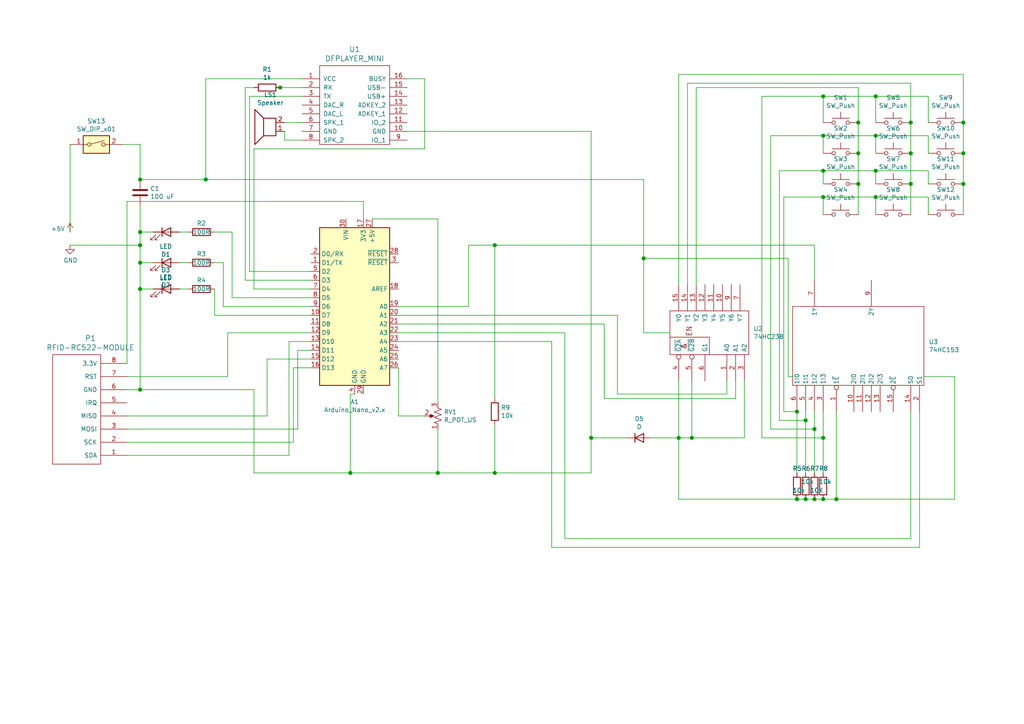
<source format=kicad_sch>
(kicad_sch (version 20200827) (generator eeschema)
  (page 1 1)
  (paper "A4")
  (title_block (title "MP3 Pal"))
  (lib_symbols
    (symbol "74xx_IEEE:74HC238" (pin_names (offset 0.762))
      (property "Reference" "U" (at 3.81 8.89 0))
      (property "Value" "74HC238" (at 8.89 -16.51 0))
      (symbol "74HC238_0_0"
        (text "&" (at -3.81 3.556 0) (effects (font (size 1.524 1.524))))
        (text "EN" (at 0.508 2.032 0) (effects (font (size 1.524 1.524))))
        (pin power_in line (at 0 7.62 270) (length 0) hide (name "VCC") (number "16"))
      )
      (symbol "74HC238_0_1"
        (rectangle (start -6.35 7.62) (end 6.35 -15.24))
        (polyline (pts (xy -1.27 7.62) (xy -1.27 -3.81) (xy -6.35 -3.81) (xy -6.35 -3.81)))
      )
      (symbol "74HC238_1_1"
        (pin input line (at -13.97 -8.89 0) (length 7.62) (name "A0") (number "1"))
        (pin output line (at 13.97 -7.62 180) (length 7.62) (name "Y5") (number "10"))
        (pin output line (at 13.97 -5.08 180) (length 7.62) (name "Y4") (number "11"))
        (pin output line (at 13.97 -2.54 180) (length 7.62) (name "Y3") (number "12"))
        (pin output line (at 13.97 0 180) (length 7.62) (name "Y2") (number "13"))
        (pin output line (at 13.97 2.54 180) (length 7.62) (name "Y1") (number "14"))
        (pin output line (at 13.97 5.08 180) (length 7.62) (name "Y0") (number "15"))
        (pin input line (at -13.97 -11.43 0) (length 7.62) (name "A1") (number "2"))
        (pin input line (at -13.97 -13.97 0) (length 7.62) (name "A2") (number "3"))
        (pin input inverted (at -13.97 5.08 0) (length 7.62) (name "~G2A") (number "4"))
        (pin input inverted (at -13.97 1.27 0) (length 7.62) (name "~G2B") (number "5"))
        (pin input line (at -13.97 -2.54 0) (length 7.62) (name "G1") (number "6"))
        (pin output line (at 13.97 -12.7 180) (length 7.62) (name "Y7") (number "7"))
        (pin power_in line (at 0 -15.24 90) (length 0) hide (name "GND") (number "8"))
        (pin output line (at 13.97 -10.16 180) (length 7.62) (name "Y6") (number "9"))
      )
    )
    (symbol "Device:C" (pin_numbers hide) (pin_names (offset 0.254))
      (property "Reference" "C" (at 0.635 2.54 0))
      (property "Value" "C" (at 0.635 -2.54 0))
      (symbol "C_0_1"
        (polyline (pts (xy -2.032 -0.762) (xy 2.032 -0.762)) (stroke (width 0.508)))
        (polyline (pts (xy -2.032 0.762) (xy 2.032 0.762)) (stroke (width 0.508)))
      )
      (symbol "C_1_1"
        (pin passive line (at 0 3.81 270) (length 2.794) (name "~") (number "1"))
        (pin passive line (at 0 -3.81 90) (length 2.794) (name "~") (number "2"))
      )
    )
    (symbol "Device:D" (pin_numbers hide) (pin_names (offset 1.016) hide)
      (property "Reference" "D" (at 0 2.54 0))
      (property "Value" "D" (at 0 -2.54 0))
      (symbol "D_0_1"
        (polyline (pts (xy -1.27 1.27) (xy -1.27 -1.27)) (stroke (width 0.254)))
        (polyline (pts (xy 1.27 0) (xy -1.27 0)))
        (polyline (pts (xy 1.27 1.27) (xy 1.27 -1.27) (xy -1.27 0) (xy 1.27 1.27)) (stroke (width 0.254)))
      )
      (symbol "D_1_1"
        (pin passive line (at -3.81 0 0) (length 2.54) (name "K") (number "1"))
        (pin passive line (at 3.81 0 180) (length 2.54) (name "A") (number "2"))
      )
    )
    (symbol "Device:LED" (pin_numbers hide) (pin_names (offset 1.016) hide)
      (property "Reference" "D" (at 0 2.54 0))
      (property "Value" "LED" (at 0 -2.54 0))
      (symbol "LED_0_1"
        (polyline (pts (xy -1.27 -1.27) (xy -1.27 1.27)) (stroke (width 0.254)))
        (polyline (pts (xy -1.27 0) (xy 1.27 0)))
        (polyline (pts (xy 1.27 -1.27) (xy 1.27 1.27) (xy -1.27 0) (xy 1.27 -1.27)) (stroke (width 0.254)))
        (polyline (pts (xy -3.048 -0.762) (xy -4.572 -2.286) (xy -3.81 -2.286) (xy -4.572 -2.286) (xy -4.572 -1.524)))
        (polyline (pts (xy -1.778 -0.762) (xy -3.302 -2.286) (xy -2.54 -2.286) (xy -3.302 -2.286) (xy -3.302 -1.524)))
      )
      (symbol "LED_1_1"
        (pin passive line (at -3.81 0 0) (length 2.54) (name "K") (number "1"))
        (pin passive line (at 3.81 0 180) (length 2.54) (name "A") (number "2"))
      )
    )
    (symbol "Device:R" (pin_numbers hide) (pin_names (offset 0))
      (property "Reference" "R" (at 2.032 0 90))
      (property "Value" "R" (at 0 0 90))
      (symbol "R_0_1"
        (rectangle (start -1.016 -2.54) (end 1.016 2.54) (stroke (width 0.254)))
      )
      (symbol "R_1_1"
        (pin passive line (at 0 3.81 270) (length 1.27) (name "~") (number "1"))
        (pin passive line (at 0 -3.81 90) (length 1.27) (name "~") (number "2"))
      )
    )
    (symbol "Device:R_POT_US" (pin_names (offset 1.016) hide)
      (property "Reference" "RV" (at -4.445 0 90))
      (property "Value" "R_POT_US" (at -2.54 0 90))
      (symbol "R_POT_US_0_1"
        (polyline (pts (xy 0 -2.286) (xy 0 -2.54)))
        (polyline (pts (xy 0 2.54) (xy 0 2.286)))
        (polyline (pts (xy 2.54 0) (xy 1.524 0)))
        (polyline (pts (xy 1.143 0) (xy 2.286 0.508) (xy 2.286 -0.508) (xy 1.143 0)) (fill (type outline)))
        (polyline (pts (xy 0 -0.762) (xy 1.016 -1.143) (xy 0 -1.524) (xy -1.016 -1.905) (xy 0 -2.286)))
        (polyline (pts (xy 0 0.762) (xy 1.016 0.381) (xy 0 0) (xy -1.016 -0.381) (xy 0 -0.762)))
        (polyline (pts (xy 0 2.286) (xy 1.016 1.905) (xy 0 1.524) (xy -1.016 1.143) (xy 0 0.762)))
      )
      (symbol "R_POT_US_1_1"
        (pin passive line (at 0 3.81 270) (length 1.27) (name "1") (number "1"))
        (pin passive line (at 3.81 0 180) (length 1.27) (name "2") (number "2"))
        (pin passive line (at 0 -3.81 90) (length 1.27) (name "3") (number "3"))
      )
    )
    (symbol "Device:Speaker" (pin_names (offset 0) hide)
      (property "Reference" "LS" (at 1.27 5.715 0))
      (property "Value" "Speaker" (at 1.27 3.81 0))
      (symbol "Speaker_0_0"
        (rectangle (start -2.54 1.27) (end 1.016 -3.81) (stroke (width 0.254)))
        (polyline (pts (xy 1.016 1.27) (xy 3.556 3.81) (xy 3.556 -6.35) (xy 1.016 -3.81)) (stroke (width 0.254)))
      )
      (symbol "Speaker_1_1"
        (pin input line (at -5.08 0 0) (length 2.54) (name "1") (number "1"))
        (pin input line (at -5.08 -2.54 0) (length 2.54) (name "2") (number "2"))
      )
    )
    (symbol "MCU_Module:Arduino_Nano_v2.x"
      (property "Reference" "A" (at -10.16 23.495 0))
      (property "Value" "Arduino_Nano_v2.x" (at 5.08 -24.13 0))
      (symbol "Arduino_Nano_v2.x_0_1"
        (rectangle (start -10.16 22.86) (end 10.16 -22.86) (stroke (width 0.254)) (fill (type background)))
      )
      (symbol "Arduino_Nano_v2.x_1_1"
        (pin bidirectional line (at -12.7 12.7 0) (length 2.54) (name "D1/TX") (number "1"))
        (pin bidirectional line (at -12.7 -2.54 0) (length 2.54) (name "D7") (number "10"))
        (pin bidirectional line (at -12.7 -5.08 0) (length 2.54) (name "D8") (number "11"))
        (pin bidirectional line (at -12.7 -7.62 0) (length 2.54) (name "D9") (number "12"))
        (pin bidirectional line (at -12.7 -10.16 0) (length 2.54) (name "D10") (number "13"))
        (pin bidirectional line (at -12.7 -12.7 0) (length 2.54) (name "D11") (number "14"))
        (pin bidirectional line (at -12.7 -15.24 0) (length 2.54) (name "D12") (number "15"))
        (pin bidirectional line (at -12.7 -17.78 0) (length 2.54) (name "D13") (number "16"))
        (pin power_out line (at 2.54 25.4 270) (length 2.54) (name "3V3") (number "17"))
        (pin input line (at 12.7 5.08 180) (length 2.54) (name "AREF") (number "18"))
        (pin bidirectional line (at 12.7 0 180) (length 2.54) (name "A0") (number "19"))
        (pin bidirectional line (at -12.7 15.24 0) (length 2.54) (name "D0/RX") (number "2"))
        (pin bidirectional line (at 12.7 -2.54 180) (length 2.54) (name "A1") (number "20"))
        (pin bidirectional line (at 12.7 -5.08 180) (length 2.54) (name "A2") (number "21"))
        (pin bidirectional line (at 12.7 -7.62 180) (length 2.54) (name "A3") (number "22"))
        (pin bidirectional line (at 12.7 -10.16 180) (length 2.54) (name "A4") (number "23"))
        (pin bidirectional line (at 12.7 -12.7 180) (length 2.54) (name "A5") (number "24"))
        (pin bidirectional line (at 12.7 -15.24 180) (length 2.54) (name "A6") (number "25"))
        (pin bidirectional line (at 12.7 -17.78 180) (length 2.54) (name "A7") (number "26"))
        (pin power_out line (at 5.08 25.4 270) (length 2.54) (name "+5V") (number "27"))
        (pin input line (at 12.7 15.24 180) (length 2.54) (name "~RESET") (number "28"))
        (pin power_in line (at 2.54 -25.4 90) (length 2.54) (name "GND") (number "29"))
        (pin input line (at 12.7 12.7 180) (length 2.54) (name "~RESET") (number "3"))
        (pin power_in line (at -2.54 25.4 270) (length 2.54) (name "VIN") (number "30"))
        (pin power_in line (at 0 -25.4 90) (length 2.54) (name "GND") (number "4"))
        (pin bidirectional line (at -12.7 10.16 0) (length 2.54) (name "D2") (number "5"))
        (pin bidirectional line (at -12.7 7.62 0) (length 2.54) (name "D3") (number "6"))
        (pin bidirectional line (at -12.7 5.08 0) (length 2.54) (name "D4") (number "7"))
        (pin bidirectional line (at -12.7 2.54 0) (length 2.54) (name "D5") (number "8"))
        (pin bidirectional line (at -12.7 0 0) (length 2.54) (name "D6") (number "9"))
      )
    )
    (symbol "Mp3Pal-rescue:DFPLAYER_MINI-rur" (pin_names (offset 1.016))
      (property "Reference" "U" (at 0 -6.35 0))
      (property "Value" "DFPLAYER_MINI-rur" (at 0 11.43 0))
      (symbol "DFPLAYER_MINI-rur_0_1"
        (rectangle (start -10.16 -10.16) (end 10.16 12.7))
      )
      (symbol "DFPLAYER_MINI-rur_1_1"
        (pin input line (at -15.24 8.89 0) (length 5.08) (name "VCC") (number "1"))
        (pin input line (at 15.24 -6.35 180) (length 5.08) (name "GND") (number "10"))
        (pin input line (at 15.24 -3.81 180) (length 5.08) (name "IO_2") (number "11"))
        (pin input line (at 15.24 -1.27 180) (length 5.08) (name "ADKEY_1") (number "12"))
        (pin input line (at 15.24 1.27 180) (length 5.08) (name "ADKEY_2") (number "13"))
        (pin input line (at 15.24 3.81 180) (length 5.08) (name "USB+") (number "14"))
        (pin input line (at 15.24 6.35 180) (length 5.08) (name "USB-") (number "15"))
        (pin input line (at 15.24 8.89 180) (length 5.08) (name "BUSY") (number "16"))
        (pin input line (at -15.24 6.35 0) (length 5.08) (name "RX") (number "2"))
        (pin input line (at -15.24 3.81 0) (length 5.08) (name "TX") (number "3"))
        (pin input line (at -15.24 1.27 0) (length 5.08) (name "DAC_R") (number "4"))
        (pin input line (at -15.24 -1.27 0) (length 5.08) (name "DAC_L") (number "5"))
        (pin input line (at -15.24 -3.81 0) (length 5.08) (name "SPK_1") (number "6"))
        (pin input line (at -15.24 -6.35 0) (length 5.08) (name "GND") (number "7"))
        (pin input line (at -15.24 -8.89 0) (length 5.08) (name "SPK_2") (number "8"))
        (pin input line (at 15.24 -8.89 180) (length 5.08) (name "IO_1") (number "9"))
      )
    )
    (symbol "Mp3Pal-rescue:RFID-RC522-MODULE-rfid-rc522-module" (pin_names (offset 1.016))
      (property "Reference" "P" (at 0 1.27 0))
      (property "Value" "RFID-RC522-MODULE-rfid-rc522-module" (at -1.27 3.81 0))
      (symbol "RFID-RC522-MODULE-rfid-rc522-module_0_1"
        (rectangle (start -16.51 7.62) (end 15.24 -6.35))
      )
      (symbol "RFID-RC522-MODULE-rfid-rc522-module_1_1"
        (pin input line (at -13.97 -13.97 90) (length 7.62) (name "SDA") (number "1"))
        (pin input line (at -10.16 -13.97 90) (length 7.62) (name "SCK") (number "2"))
        (pin input line (at -6.35 -13.97 90) (length 7.62) (name "MOSI") (number "3"))
        (pin input line (at -2.54 -13.97 90) (length 7.62) (name "MISO") (number "4"))
        (pin input line (at 1.27 -13.97 90) (length 7.62) (name "IRQ") (number "5"))
        (pin input line (at 5.08 -13.97 90) (length 7.62) (name "GND") (number "6"))
        (pin input line (at 8.89 -13.97 90) (length 7.62) (name "RST") (number "7"))
        (pin input line (at 12.7 -13.97 90) (length 7.62) (name "3.3V") (number "8"))
      )
    )
    (symbol "Switch:SW_DIP_x01" (pin_names (offset 0) hide)
      (property "Reference" "SW" (at 0 3.81 0))
      (property "Value" "SW_DIP_x01" (at 0 -3.81 0))
      (symbol "SW_DIP_x01_0_0"
        (circle (center -2.032 0) (radius 0.508))
        (circle (center 2.032 0) (radius 0.508))
        (polyline (pts (xy -1.524 0.127) (xy 2.3622 1.1684)))
      )
      (symbol "SW_DIP_x01_0_1"
        (rectangle (start -3.81 2.54) (end 3.81 -2.54) (stroke (width 0.254)) (fill (type background)))
      )
      (symbol "SW_DIP_x01_1_1"
        (pin passive line (at -7.62 0 0) (length 5.08) (name "~") (number "1"))
        (pin passive line (at 7.62 0 180) (length 5.08) (name "~") (number "2"))
      )
    )
    (symbol "Switch:SW_Push" (pin_numbers hide) (pin_names (offset 1.016) hide)
      (property "Reference" "SW" (at 1.27 2.54 0))
      (property "Value" "SW_Push" (at 0 -1.524 0))
      (symbol "SW_Push_0_1"
        (circle (center -2.032 0) (radius 0.508))
        (circle (center 2.032 0) (radius 0.508))
        (polyline (pts (xy 0 1.27) (xy 0 3.048)))
        (polyline (pts (xy 2.54 1.27) (xy -2.54 1.27)))
        (pin passive line (at -5.08 0 0) (length 2.54) (name "1") (number "1"))
        (pin passive line (at 5.08 0 180) (length 2.54) (name "2") (number "2"))
      )
    )
    (symbol "Trainiot:74HC153" (pin_names (offset 0.254))
      (property "Reference" "U" (at 0 7.62 0))
      (property "Value" "74HC153" (at 0 3.81 0))
      (symbol "74HC153_0_1"
        (rectangle (start -11.43 19.05) (end 11.43 -19.05))
      )
      (symbol "74HC153_0_0"
        (pin power_in line (at -8.89 -19.05 90) (length 0) hide (name "GND") (number "8"))
        (pin power_in line (at -8.89 19.05 90) (length 0) hide (name "VCC") (number "16"))
      )
      (symbol "74HC153_1_1"
        (pin input inverted (at -19.05 6.35 0) (length 7.62) (name "1~E~") (number "1"))
        (pin input line (at -19.05 -17.78 0) (length 7.62) (name "S1") (number "2"))
        (pin input line (at -19.05 10.16 0) (length 7.62) (name "1I3") (number "3"))
        (pin input line (at -19.05 12.7 0) (length 7.62) (name "1I2") (number "4"))
        (pin input line (at -19.05 15.24 0) (length 7.62) (name "1I1") (number "5"))
        (pin input line (at -19.05 17.78 0) (length 7.62) (name "1I0") (number "6"))
        (pin output line (at 19.05 12.7 180) (length 7.62) (name "1Y") (number "7"))
        (pin output line (at 19.05 -3.81 180) (length 7.62) (name "2Y") (number "9"))
        (pin input line (at -19.05 1.27 0) (length 7.62) (name "2I0") (number "10"))
        (pin input line (at -19.05 -1.27 0) (length 7.62) (name "2I1") (number "11"))
        (pin input line (at -19.05 -3.81 0) (length 7.62) (name "2I2") (number "12"))
        (pin input line (at -19.05 -6.35 0) (length 7.62) (name "2I3") (number "13"))
        (pin input line (at -19.05 -15.24 0) (length 7.62) (name "S0") (number "14"))
        (pin input inverted (at -19.05 -10.16 0) (length 7.62) (name "2~E~") (number "15"))
      )
    )
    (symbol "power:+5V" (power) (pin_names (offset 0))
      (property "Value" "+5V" (at 0 3.556 0))
      (symbol "+5V_0_1"
        (polyline (pts (xy -0.762 1.27) (xy 0 2.54)))
        (polyline (pts (xy 0 0) (xy 0 2.54)))
        (polyline (pts (xy 0 2.54) (xy 0.762 1.27)))
      )
      (symbol "+5V_1_1"
        (pin power_in line (at 0 0 90) (length 0) hide (name "+5V") (number "1"))
      )
    )
    (symbol "power:GND" (power) (pin_names (offset 0))
      (property "Value" "GND" (at 0 -3.81 0))
      (symbol "GND_0_1"
        (polyline (pts (xy 0 0) (xy 0 -1.27) (xy 1.27 -1.27) (xy 0 -2.54) (xy -1.27 -1.27) (xy 0 -1.27)))
      )
      (symbol "GND_1_1"
        (pin power_in line (at 0 0 270) (length 0) hide (name "GND") (number "1"))
      )
    )
  )
  (junction (at 40.64 52.07) (diameter 1.016))
  (junction (at 40.64 67.31) (diameter 1.016))
  (junction (at 40.64 71.12) (diameter 1.016))
  (junction (at 40.64 76.2) (diameter 1.016))
  (junction (at 40.64 83.82) (diameter 1.016))
  (junction (at 40.64 113.03) (diameter 1.016))
  (junction (at 59.69 52.07) (diameter 1.016))
  (junction (at 81.28 25.4) (diameter 1.016))
  (junction (at 101.6 137.16) (diameter 1.016))
  (junction (at 127 137.16) (diameter 1.016))
  (junction (at 143.51 71.12) (diameter 1.016))
  (junction (at 143.51 137.16) (diameter 1.016))
  (junction (at 171.45 127) (diameter 1.016))
  (junction (at 186.69 74.93) (diameter 1.016))
  (junction (at 196.85 127) (diameter 1.016))
  (junction (at 200.66 127) (diameter 1.016))
  (junction (at 231.14 119.38) (diameter 1.016))
  (junction (at 231.14 144.78) (diameter 1.016))
  (junction (at 233.68 121.92) (diameter 1.016))
  (junction (at 233.68 144.78) (diameter 1.016))
  (junction (at 236.22 124.46) (diameter 1.016))
  (junction (at 236.22 144.78) (diameter 1.016))
  (junction (at 238.76 27.94) (diameter 1.016))
  (junction (at 238.76 39.37) (diameter 1.016))
  (junction (at 238.76 49.53) (diameter 1.016))
  (junction (at 238.76 57.15) (diameter 1.016))
  (junction (at 238.76 127) (diameter 1.016))
  (junction (at 238.76 144.78) (diameter 1.016))
  (junction (at 242.57 144.78) (diameter 1.016))
  (junction (at 248.92 35.56) (diameter 1.016))
  (junction (at 248.92 44.45) (diameter 1.016))
  (junction (at 248.92 53.34) (diameter 1.016))
  (junction (at 254 27.94) (diameter 1.016))
  (junction (at 254 39.37) (diameter 1.016))
  (junction (at 254 49.53) (diameter 1.016))
  (junction (at 254 57.15) (diameter 1.016))
  (junction (at 264.16 35.56) (diameter 1.016))
  (junction (at 264.16 44.45) (diameter 1.016))
  (junction (at 264.16 53.34) (diameter 1.016))
  (junction (at 279.4 35.56) (diameter 1.016))
  (junction (at 279.4 44.45) (diameter 1.016))
  (junction (at 279.4 53.34) (diameter 1.016))
  (wire (pts (xy 20.32 67.31) (xy 20.32 41.91)))
  (wire (pts (xy 36.83 58.42) (xy 36.83 105.41)))
  (wire (pts (xy 36.83 113.03) (xy 40.64 113.03)))
  (wire (pts (xy 36.83 120.65) (xy 77.47 120.65)))
  (wire (pts (xy 36.83 128.27) (xy 85.09 128.27)))
  (wire (pts (xy 36.83 132.08) (xy 83.82 132.08)))
  (wire (pts (xy 40.64 41.91) (xy 35.56 41.91)))
  (wire (pts (xy 40.64 52.07) (xy 40.64 41.91)))
  (wire (pts (xy 40.64 59.69) (xy 40.64 67.31)))
  (wire (pts (xy 40.64 67.31) (xy 40.64 71.12)))
  (wire (pts (xy 40.64 67.31) (xy 44.45 67.31)))
  (wire (pts (xy 40.64 71.12) (xy 20.32 71.12)))
  (wire (pts (xy 40.64 71.12) (xy 40.64 76.2)))
  (wire (pts (xy 40.64 76.2) (xy 40.64 83.82)))
  (wire (pts (xy 40.64 76.2) (xy 44.45 76.2)))
  (wire (pts (xy 40.64 83.82) (xy 40.64 113.03)))
  (wire (pts (xy 40.64 113.03) (xy 73.66 113.03)))
  (wire (pts (xy 44.45 83.82) (xy 40.64 83.82)))
  (wire (pts (xy 52.07 67.31) (xy 54.61 67.31)))
  (wire (pts (xy 52.07 76.2) (xy 54.61 76.2)))
  (wire (pts (xy 52.07 83.82) (xy 54.61 83.82)))
  (wire (pts (xy 59.69 22.86) (xy 59.69 52.07)))
  (wire (pts (xy 59.69 52.07) (xy 40.64 52.07)))
  (wire (pts (xy 62.23 67.31) (xy 67.31 67.31)))
  (wire (pts (xy 62.23 91.44) (xy 62.23 83.82)))
  (wire (pts (xy 64.77 76.2) (xy 62.23 76.2)))
  (wire (pts (xy 64.77 88.9) (xy 64.77 76.2)))
  (wire (pts (xy 64.77 88.9) (xy 90.17 88.9)))
  (wire (pts (xy 66.04 96.52) (xy 66.04 109.22)))
  (wire (pts (xy 66.04 109.22) (xy 36.83 109.22)))
  (wire (pts (xy 67.31 86.36) (xy 67.31 67.31)))
  (wire (pts (xy 67.31 86.36) (xy 90.17 86.36)))
  (wire (pts (xy 71.12 25.4) (xy 71.12 81.28)))
  (wire (pts (xy 71.12 81.28) (xy 90.17 81.28)))
  (wire (pts (xy 72.39 27.94) (xy 72.39 78.74)))
  (wire (pts (xy 72.39 78.74) (xy 90.17 78.74)))
  (wire (pts (xy 73.66 25.4) (xy 71.12 25.4)))
  (wire (pts (xy 73.66 43.18) (xy 73.66 83.82)))
  (wire (pts (xy 73.66 83.82) (xy 90.17 83.82)))
  (wire (pts (xy 73.66 113.03) (xy 73.66 137.16)))
  (wire (pts (xy 73.66 137.16) (xy 101.6 137.16)))
  (wire (pts (xy 77.47 104.14) (xy 77.47 120.65)))
  (wire (pts (xy 77.47 104.14) (xy 90.17 104.14)))
  (wire (pts (xy 80.01 25.4) (xy 81.28 25.4)))
  (wire (pts (xy 81.28 25.4) (xy 87.63 25.4)))
  (wire (pts (xy 82.55 35.56) (xy 87.63 35.56)))
  (wire (pts (xy 82.55 40.64) (xy 82.55 38.1)))
  (wire (pts (xy 83.82 99.06) (xy 83.82 132.08)))
  (wire (pts (xy 83.82 99.06) (xy 90.17 99.06)))
  (wire (pts (xy 85.09 106.68) (xy 85.09 128.27)))
  (wire (pts (xy 86.36 101.6) (xy 86.36 124.46)))
  (wire (pts (xy 86.36 101.6) (xy 90.17 101.6)))
  (wire (pts (xy 86.36 124.46) (xy 36.83 124.46)))
  (wire (pts (xy 87.63 22.86) (xy 59.69 22.86)))
  (wire (pts (xy 87.63 27.94) (xy 72.39 27.94)))
  (wire (pts (xy 87.63 40.64) (xy 82.55 40.64)))
  (wire (pts (xy 90.17 91.44) (xy 62.23 91.44)))
  (wire (pts (xy 90.17 96.52) (xy 66.04 96.52)))
  (wire (pts (xy 90.17 106.68) (xy 85.09 106.68)))
  (wire (pts (xy 101.6 114.3) (xy 102.87 114.3)))
  (wire (pts (xy 101.6 137.16) (xy 101.6 114.3)))
  (wire (pts (xy 101.6 137.16) (xy 127 137.16)))
  (wire (pts (xy 105.41 58.42) (xy 36.83 58.42)))
  (wire (pts (xy 105.41 63.5) (xy 105.41 58.42)))
  (wire (pts (xy 115.57 91.44) (xy 179.07 91.44)))
  (wire (pts (xy 115.57 99.06) (xy 160.02 99.06)))
  (wire (pts (xy 115.57 120.65) (xy 115.57 106.68)))
  (wire (pts (xy 118.11 22.86) (xy 123.19 22.86)))
  (wire (pts (xy 118.11 38.1) (xy 171.45 38.1)))
  (wire (pts (xy 123.19 22.86) (xy 123.19 43.18)))
  (wire (pts (xy 123.19 43.18) (xy 73.66 43.18)))
  (wire (pts (xy 123.19 120.65) (xy 115.57 120.65)))
  (wire (pts (xy 127 63.5) (xy 107.95 63.5)))
  (wire (pts (xy 127 116.84) (xy 127 63.5)))
  (wire (pts (xy 127 124.46) (xy 127 137.16)))
  (wire (pts (xy 127 137.16) (xy 143.51 137.16)))
  (wire (pts (xy 135.89 71.12) (xy 135.89 88.9)))
  (wire (pts (xy 135.89 88.9) (xy 115.57 88.9)))
  (wire (pts (xy 143.51 71.12) (xy 135.89 71.12)))
  (wire (pts (xy 143.51 115.57) (xy 143.51 71.12)))
  (wire (pts (xy 143.51 123.19) (xy 143.51 137.16)))
  (wire (pts (xy 143.51 137.16) (xy 171.45 137.16)))
  (wire (pts (xy 160.02 99.06) (xy 160.02 158.75)))
  (wire (pts (xy 160.02 158.75) (xy 266.7 158.75)))
  (wire (pts (xy 163.83 96.52) (xy 115.57 96.52)))
  (wire (pts (xy 163.83 156.21) (xy 163.83 96.52)))
  (wire (pts (xy 171.45 38.1) (xy 171.45 127)))
  (wire (pts (xy 171.45 127) (xy 171.45 137.16)))
  (wire (pts (xy 171.45 127) (xy 181.61 127)))
  (wire (pts (xy 175.26 93.98) (xy 115.57 93.98)))
  (wire (pts (xy 175.26 115.57) (xy 175.26 93.98)))
  (wire (pts (xy 179.07 91.44) (xy 179.07 114.3)))
  (wire (pts (xy 179.07 114.3) (xy 210.82 114.3)))
  (wire (pts (xy 186.69 52.07) (xy 59.69 52.07)))
  (wire (pts (xy 186.69 52.07) (xy 186.69 74.93)))
  (wire (pts (xy 186.69 74.93) (xy 186.69 96.52)))
  (wire (pts (xy 186.69 96.52) (xy 194.31 96.52)))
  (wire (pts (xy 189.23 127) (xy 196.85 127)))
  (wire (pts (xy 196.85 21.59) (xy 279.4 21.59)))
  (wire (pts (xy 196.85 82.55) (xy 196.85 21.59)))
  (wire (pts (xy 196.85 127) (xy 196.85 110.49)))
  (wire (pts (xy 196.85 127) (xy 196.85 144.78)))
  (wire (pts (xy 199.39 24.13) (xy 264.16 24.13)))
  (wire (pts (xy 199.39 82.55) (xy 199.39 24.13)))
  (wire (pts (xy 200.66 127) (xy 196.85 127)))
  (wire (pts (xy 200.66 127) (xy 200.66 110.49)))
  (wire (pts (xy 201.93 25.4) (xy 248.92 25.4)))
  (wire (pts (xy 201.93 82.55) (xy 201.93 25.4)))
  (wire (pts (xy 210.82 114.3) (xy 210.82 110.49)))
  (wire (pts (xy 213.36 110.49) (xy 213.36 115.57)))
  (wire (pts (xy 213.36 115.57) (xy 175.26 115.57)))
  (wire (pts (xy 215.9 110.49) (xy 215.9 127)))
  (wire (pts (xy 215.9 127) (xy 200.66 127)))
  (wire (pts (xy 220.98 27.94) (xy 238.76 27.94)))
  (wire (pts (xy 220.98 127) (xy 220.98 27.94)))
  (wire (pts (xy 223.52 39.37) (xy 238.76 39.37)))
  (wire (pts (xy 223.52 124.46) (xy 223.52 39.37)))
  (wire (pts (xy 223.52 124.46) (xy 236.22 124.46)))
  (wire (pts (xy 226.06 49.53) (xy 238.76 49.53)))
  (wire (pts (xy 226.06 121.92) (xy 226.06 49.53)))
  (wire (pts (xy 227.33 57.15) (xy 238.76 57.15)))
  (wire (pts (xy 227.33 119.38) (xy 227.33 57.15)))
  (wire (pts (xy 228.6 74.93) (xy 186.69 74.93)))
  (wire (pts (xy 228.6 109.22) (xy 228.6 74.93)))
  (wire (pts (xy 229.87 109.22) (xy 228.6 109.22)))
  (wire (pts (xy 231.14 119.38) (xy 227.33 119.38)))
  (wire (pts (xy 231.14 119.38) (xy 231.14 137.16)))
  (wire (pts (xy 231.14 144.78) (xy 196.85 144.78)))
  (wire (pts (xy 231.14 144.78) (xy 233.68 144.78)))
  (wire (pts (xy 233.68 119.38) (xy 233.68 121.92)))
  (wire (pts (xy 233.68 121.92) (xy 226.06 121.92)))
  (wire (pts (xy 233.68 121.92) (xy 233.68 137.16)))
  (wire (pts (xy 233.68 144.78) (xy 236.22 144.78)))
  (wire (pts (xy 236.22 71.12) (xy 143.51 71.12)))
  (wire (pts (xy 236.22 81.28) (xy 236.22 71.12)))
  (wire (pts (xy 236.22 119.38) (xy 236.22 124.46)))
  (wire (pts (xy 236.22 124.46) (xy 236.22 137.16)))
  (wire (pts (xy 238.76 27.94) (xy 254 27.94)))
  (wire (pts (xy 238.76 35.56) (xy 238.76 27.94)))
  (wire (pts (xy 238.76 39.37) (xy 254 39.37)))
  (wire (pts (xy 238.76 44.45) (xy 238.76 39.37)))
  (wire (pts (xy 238.76 49.53) (xy 254 49.53)))
  (wire (pts (xy 238.76 53.34) (xy 238.76 49.53)))
  (wire (pts (xy 238.76 57.15) (xy 254 57.15)))
  (wire (pts (xy 238.76 62.23) (xy 238.76 57.15)))
  (wire (pts (xy 238.76 119.38) (xy 238.76 127)))
  (wire (pts (xy 238.76 127) (xy 220.98 127)))
  (wire (pts (xy 238.76 127) (xy 238.76 137.16)))
  (wire (pts (xy 238.76 144.78) (xy 236.22 144.78)))
  (wire (pts (xy 238.76 144.78) (xy 242.57 144.78)))
  (wire (pts (xy 242.57 119.38) (xy 242.57 144.78)))
  (wire (pts (xy 242.57 144.78) (xy 276.86 144.78)))
  (wire (pts (xy 248.92 25.4) (xy 248.92 35.56)))
  (wire (pts (xy 248.92 35.56) (xy 248.92 44.45)))
  (wire (pts (xy 248.92 44.45) (xy 248.92 53.34)))
  (wire (pts (xy 248.92 53.34) (xy 248.92 62.23)))
  (wire (pts (xy 254 27.94) (xy 254 35.56)))
  (wire (pts (xy 254 27.94) (xy 269.24 27.94)))
  (wire (pts (xy 254 39.37) (xy 254 44.45)))
  (wire (pts (xy 254 39.37) (xy 269.24 39.37)))
  (wire (pts (xy 254 49.53) (xy 254 53.34)))
  (wire (pts (xy 254 49.53) (xy 269.24 49.53)))
  (wire (pts (xy 254 57.15) (xy 254 62.23)))
  (wire (pts (xy 254 57.15) (xy 269.24 57.15)))
  (wire (pts (xy 264.16 24.13) (xy 264.16 35.56)))
  (wire (pts (xy 264.16 35.56) (xy 264.16 44.45)))
  (wire (pts (xy 264.16 44.45) (xy 264.16 53.34)))
  (wire (pts (xy 264.16 53.34) (xy 264.16 62.23)))
  (wire (pts (xy 264.16 119.38) (xy 264.16 156.21)))
  (wire (pts (xy 264.16 156.21) (xy 163.83 156.21)))
  (wire (pts (xy 266.7 158.75) (xy 266.7 119.38)))
  (wire (pts (xy 267.97 109.22) (xy 276.86 109.22)))
  (wire (pts (xy 269.24 27.94) (xy 269.24 35.56)))
  (wire (pts (xy 269.24 39.37) (xy 269.24 44.45)))
  (wire (pts (xy 269.24 53.34) (xy 269.24 49.53)))
  (wire (pts (xy 269.24 57.15) (xy 269.24 62.23)))
  (wire (pts (xy 276.86 109.22) (xy 276.86 144.78)))
  (wire (pts (xy 279.4 35.56) (xy 279.4 21.59)))
  (wire (pts (xy 279.4 35.56) (xy 279.4 44.45)))
  (wire (pts (xy 279.4 44.45) (xy 279.4 53.34)))
  (wire (pts (xy 279.4 53.34) (xy 279.4 62.23)))
  (symbol (lib_id "power:+5V") (at 20.32 67.31 0) (unit 1)
    (property "Reference" "#PWR0102" (effects hide))
    (property "Value" "+5V" (at 18.8468 66.3702 0) (effects (justify right)))
  )
  (symbol (lib_id "power:GND") (at 20.32 71.12 0) (unit 1)
    (property "Reference" "#PWR0101" (effects hide))
    (property "Value" "GND" (at 20.447 75.5142 0))
  )
  (symbol (lib_id "Device:R") (at 58.42 67.31 270) (unit 1)
    (property "Reference" "R2" (at 58.42 64.77 90))
    (property "Value" "100R" (at 58.42 67.31 90))
    (property "Footprint" "Resistor_THT:R_Axial_DIN0207_L6.3mm_D2.5mm_P5.08mm_Vertical" (effects hide))
  )
  (symbol (lib_id "Device:R") (at 58.42 76.2 270) (unit 1)
    (property "Reference" "R3" (at 58.42 73.66 90))
    (property "Value" "100R" (at 58.42 76.2 90))
    (property "Footprint" "Resistor_THT:R_Axial_DIN0207_L6.3mm_D2.5mm_P5.08mm_Vertical" (effects hide))
  )
  (symbol (lib_id "Device:R") (at 58.42 83.82 270) (unit 1)
    (property "Reference" "R4" (at 58.42 81.28 90))
    (property "Value" "100R" (at 58.42 83.82 90))
    (property "Footprint" "Resistor_THT:R_Axial_DIN0207_L6.3mm_D2.5mm_P5.08mm_Vertical" (effects hide))
  )
  (symbol (lib_id "Device:R") (at 77.47 25.4 270) (unit 1)
    (property "Reference" "R1" (at 77.47 20.1422 90))
    (property "Value" "1k" (at 77.47 22.4536 90))
    (property "Footprint" "OptoDevice:R_LDR_4.9x4.2mm_P2.54mm_Vertical" (effects hide))
  )
  (symbol (lib_id "Device:R") (at 143.51 119.38 0) (unit 1)
    (property "Reference" "R9" (at 145.288 118.2116 0) (effects (justify left)))
    (property "Value" "10k" (at 145.288 120.523 0) (effects (justify left)))
    (property "Footprint" "Resistor_THT:R_Axial_DIN0207_L6.3mm_D2.5mm_P5.08mm_Vertical" (effects hide))
  )
  (symbol (lib_id "Device:R") (at 231.14 140.97 0) (unit 1)
    (property "Reference" "R5" (at 229.87 135.89 0) (effects (justify left)))
    (property "Value" "10k" (at 229.87 142.24 0) (effects (justify left)))
    (property "Footprint" "Resistor_THT:R_Axial_DIN0207_L6.3mm_D2.5mm_P5.08mm_Vertical" (effects hide))
  )
  (symbol (lib_id "Device:R") (at 233.68 140.97 0) (unit 1)
    (property "Reference" "R6" (at 232.41 135.89 0) (effects (justify left)))
    (property "Value" "10k" (at 232.41 139.7 0) (effects (justify left)))
    (property "Footprint" "Resistor_THT:R_Axial_DIN0207_L6.3mm_D2.5mm_P5.08mm_Vertical" (effects hide))
  )
  (symbol (lib_id "Device:R") (at 236.22 140.97 0) (unit 1)
    (property "Reference" "R7" (at 234.95 135.89 0) (effects (justify left)))
    (property "Value" "10K" (at 234.95 142.24 0) (effects (justify left)))
    (property "Footprint" "Resistor_THT:R_Axial_DIN0207_L6.3mm_D2.5mm_P5.08mm_Vertical" (effects hide))
  )
  (symbol (lib_id "Device:R") (at 238.76 140.97 0) (unit 1)
    (property "Reference" "R8" (at 237.49 135.89 0) (effects (justify left)))
    (property "Value" "10k" (at 237.49 139.7 0) (effects (justify left)))
    (property "Footprint" "Resistor_THT:R_Axial_DIN0207_L6.3mm_D2.5mm_P5.08mm_Vertical" (effects hide))
  )
  (symbol (lib_id "Device:D") (at 185.42 127 0) (unit 1)
    (property "Reference" "D5" (at 185.42 121.4882 0))
    (property "Value" "D" (at 185.42 123.7996 0))
    (property "Footprint" "Diode_THT:D_5KPW_P7.62mm_Vertical_AnodeUp" (effects hide))
  )
  (symbol (lib_id "Device:LED") (at 48.26 67.31 0) (unit 1)
    (property "Reference" "D1" (at 48.0822 73.787 0))
    (property "Value" "LED" (at 48.0822 71.4756 0))
    (property "Footprint" "Connector_JST:JST_EH_B2B-EH-A_1x02_P2.50mm_Vertical" (effects hide))
  )
  (symbol (lib_id "Device:LED") (at 48.26 76.2 0) (unit 1)
    (property "Reference" "D2" (at 48.0822 82.677 0))
    (property "Value" "LED" (at 48.0822 80.3656 0))
    (property "Footprint" "Connector_JST:JST_EH_B2B-EH-A_1x02_P2.50mm_Vertical" (effects hide))
  )
  (symbol (lib_id "Device:LED") (at 48.26 83.82 0) (unit 1)
    (property "Reference" "D3" (at 48.0822 78.3082 0))
    (property "Value" "LED" (at 48.0822 80.6196 0))
    (property "Footprint" "Connector_JST:JST_EH_B2B-EH-A_1x02_P2.50mm_Vertical" (effects hide))
  )
  (symbol (lib_id "Device:C") (at 40.64 55.88 0) (unit 1)
    (property "Reference" "C1" (at 43.561 54.7116 0) (effects (justify left)))
    (property "Value" "100 uF" (at 43.561 57.023 0) (effects (justify left)))
    (property "Footprint" "Capacitor_THT:C_Axial_L5.1mm_D3.1mm_P7.50mm_Horizontal" (effects hide))
  )
  (symbol (lib_id "Switch:SW_Push") (at 243.84 35.56 0) (unit 1)
    (property "Reference" "SW1" (at 243.84 28.321 0))
    (property "Value" "SW_Push" (at 243.84 30.6324 0))
    (property "Footprint" "Connector_JST:JST_JWPF_B02B-JWPF-SK-R_1x02_P2.00mm_Vertical" (effects hide))
  )
  (symbol (lib_id "Switch:SW_Push") (at 243.84 44.45 0) (unit 1)
    (property "Reference" "SW2" (at 243.84 37.211 0))
    (property "Value" "SW_Push" (at 243.84 39.5224 0))
    (property "Footprint" "Connector_JST:JST_JWPF_B02B-JWPF-SK-R_1x02_P2.00mm_Vertical" (effects hide))
  )
  (symbol (lib_id "Switch:SW_Push") (at 243.84 53.34 0) (unit 1)
    (property "Reference" "SW3" (at 243.84 46.101 0))
    (property "Value" "SW_Push" (at 243.84 48.4124 0))
    (property "Footprint" "Connector_JST:JST_JWPF_B02B-JWPF-SK-R_1x02_P2.00mm_Vertical" (effects hide))
  )
  (symbol (lib_id "Switch:SW_Push") (at 243.84 62.23 0) (unit 1)
    (property "Reference" "SW4" (at 243.84 54.991 0))
    (property "Value" "SW_Push" (at 243.84 57.3024 0))
    (property "Footprint" "Connector_JST:JST_JWPF_B02B-JWPF-SK-R_1x02_P2.00mm_Vertical" (effects hide))
  )
  (symbol (lib_id "Switch:SW_Push") (at 259.08 35.56 0) (unit 1)
    (property "Reference" "SW5" (at 259.08 28.321 0))
    (property "Value" "SW_Push" (at 259.08 30.6324 0))
    (property "Footprint" "Connector_JST:JST_JWPF_B02B-JWPF-SK-R_1x02_P2.00mm_Vertical" (effects hide))
  )
  (symbol (lib_id "Switch:SW_Push") (at 259.08 44.45 0) (unit 1)
    (property "Reference" "SW6" (at 259.08 37.211 0))
    (property "Value" "SW_Push" (at 259.08 39.5224 0))
    (property "Footprint" "Connector_JST:JST_JWPF_B02B-JWPF-SK-R_1x02_P2.00mm_Vertical" (effects hide))
  )
  (symbol (lib_id "Switch:SW_Push") (at 259.08 53.34 0) (unit 1)
    (property "Reference" "SW7" (at 259.08 46.101 0))
    (property "Value" "SW_Push" (at 259.08 48.4124 0))
    (property "Footprint" "Connector_JST:JST_JWPF_B02B-JWPF-SK-R_1x02_P2.00mm_Vertical" (effects hide))
  )
  (symbol (lib_id "Switch:SW_Push") (at 259.08 62.23 0) (unit 1)
    (property "Reference" "SW8" (at 259.08 54.991 0))
    (property "Value" "SW_Push" (at 259.08 57.3024 0))
    (property "Footprint" "Connector_JST:JST_JWPF_B02B-JWPF-SK-R_1x02_P2.00mm_Vertical" (effects hide))
  )
  (symbol (lib_id "Switch:SW_Push") (at 274.32 35.56 0) (unit 1)
    (property "Reference" "SW9" (at 274.32 28.321 0))
    (property "Value" "SW_Push" (at 274.32 30.6324 0))
    (property "Footprint" "Connector_JST:JST_JWPF_B02B-JWPF-SK-R_1x02_P2.00mm_Vertical" (effects hide))
  )
  (symbol (lib_id "Switch:SW_Push") (at 274.32 44.45 0) (unit 1)
    (property "Reference" "SW10" (at 274.32 37.211 0))
    (property "Value" "SW_Push" (at 274.32 39.5224 0))
    (property "Footprint" "Connector_JST:JST_JWPF_B02B-JWPF-SK-R_1x02_P2.00mm_Vertical" (effects hide))
  )
  (symbol (lib_id "Switch:SW_Push") (at 274.32 53.34 0) (unit 1)
    (property "Reference" "SW11" (at 274.32 46.101 0))
    (property "Value" "SW_Push" (at 274.32 48.4124 0))
    (property "Footprint" "Connector_JST:JST_JWPF_B02B-JWPF-SK-R_1x02_P2.00mm_Vertical" (effects hide))
  )
  (symbol (lib_id "Switch:SW_Push") (at 274.32 62.23 0) (unit 1)
    (property "Reference" "SW12" (at 274.32 54.991 0))
    (property "Value" "SW_Push" (at 274.32 57.3024 0))
    (property "Footprint" "Connector_JST:JST_JWPF_B02B-JWPF-SK-R_1x02_P2.00mm_Vertical" (effects hide))
  )
  (symbol (lib_id "Device:R_POT_US") (at 127 120.65 180) (unit 1)
    (property "Reference" "RV1" (at 128.7272 119.4816 0) (effects (justify right)))
    (property "Value" "R_POT_US" (at 128.7272 121.793 0) (effects (justify right)))
    (property "Footprint" "Connector_JST:JST_EH_S3B-EH_1x03_P2.50mm_Horizontal" (effects hide))
  )
  (symbol (lib_id "Switch:SW_DIP_x01") (at 27.94 41.91 0) (unit 1)
    (property "Reference" "SW13" (at 27.94 35.1282 0))
    (property "Value" "SW_DIP_x01" (at 27.94 37.4396 0))
    (property "Footprint" "Connector_JST:JST_EH_B2B-EH-A_1x02_P2.50mm_Vertical" (effects hide))
  )
  (symbol (lib_id "Device:Speaker") (at 77.47 38.1 180) (unit 1)
    (property "Reference" "LS1" (at 78.4098 27.5082 0))
    (property "Value" "Speaker" (at 78.4098 29.8196 0))
    (property "Footprint" "Buzzer_Beeper:Buzzer_12x9.5RM7.6" (effects hide))
  )
  (symbol (lib_id "Mp3Pal-rescue:RFID-RC522-MODULE-rfid-rc522-module") (at 22.86 118.11 90) (unit 1)
    (property "Reference" "P1" (at 26.2382 98.1202 90) (effects (font (size 1.524 1.524))))
    (property "Value" "RFID-RC522-MODULE" (at 26.2382 100.8126 90) (effects (font (size 1.524 1.524))))
    (property "Footprint" "Connector_JST:JST_EH_B8B-EH-A_1x08_P2.50mm_Vertical" (effects hide))
  )
  (symbol (lib_id "74xx_IEEE:74HC238") (at 201.93 96.52 90) (unit 1)
    (property "Reference" "U2" (at 218.5162 95.3516 90) (effects (justify right)))
    (property "Value" "74HC238" (at 218.5162 97.663 90) (effects (justify right)))
    (property "Footprint" "Connector_PinSocket_2.54mm:PinSocket_2x08_P2.54mm_Horizontal" (effects hide))
  )
  (symbol (lib_id "Mp3Pal-rescue:DFPLAYER_MINI-rur") (at 102.87 31.75 0) (unit 1)
    (property "Reference" "U1" (at 102.87 14.3002 0) (effects (font (size 1.524 1.524))))
    (property "Value" "DFPLAYER_MINI" (at 102.87 16.9926 0) (effects (font (size 1.524 1.524))))
    (property "Footprint" "Package_DIP:DIP-16_W10.16mm" (effects hide))
  )
  (symbol (lib_id "MCU_Module:Arduino_Nano_v2.x") (at 102.87 88.9 0) (unit 1)
    (property "Reference" "A1" (at 102.87 116.5606 0))
    (property "Value" "Arduino_Nano_v2.x" (at 102.87 118.872 0))
    (property "Footprint" "Module:Arduino_Nano" (effects hide))
    (property "Datasheet" "https://www.arduino.cc/en/uploads/Main/ArduinoNanoManual23.pdf" (effects hide))
  )
  (symbol (lib_id "Trainiot:74HC153") (at 248.92 100.33 90) (unit 1)
    (property "Reference" "U3" (at 269.3416 99.1616 90) (effects (justify right)))
    (property "Value" "74HC153" (at 269.3416 101.473 90) (effects (justify right)))
    (property "Footprint" "Connector_PinSocket_2.54mm:PinSocket_2x08_P2.54mm_Horizontal" (effects hide))
  )
)
</source>
